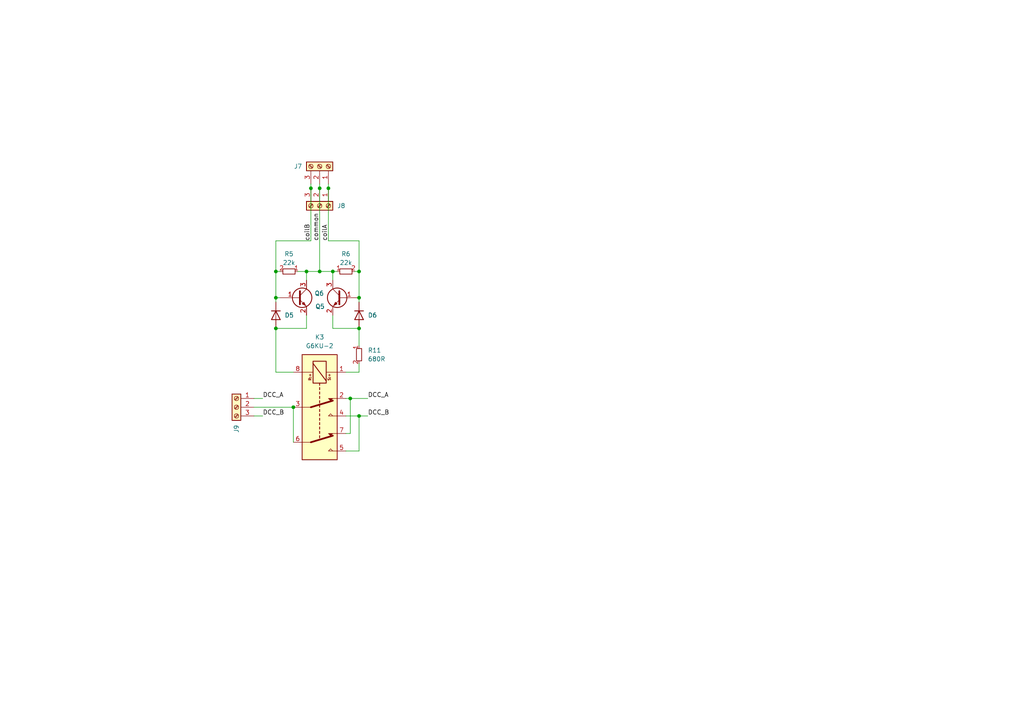
<source format=kicad_sch>
(kicad_sch (version 20231120) (generator "eeschema") (generator_version "8.0")
  (paper "A4")
  (lib_symbols
    (symbol "Connector:Screw_Terminal_01x03" (pin_names (offset 1.016) hide)
      (property "Reference" "J" (at 0 5.08 0))
      (property "Value" "Screw_Terminal_01x03" (at 0 -5.08 0))
      (symbol "Screw_Terminal_01x03_1_1"
        (rectangle (start -1.27 3.81) (end 1.27 -3.81) (stroke (width 0.254)) (fill (type background)))
        (circle (center 0 -2.54) (radius 0.635) (stroke (width 0.1524)))
        (polyline (pts (xy -0.5334 -2.2098) (xy 0.3302 -3.048)) (stroke (width 0.1524)))
        (polyline (pts (xy -0.5334 0.3302) (xy 0.3302 -0.508)) (stroke (width 0.1524)))
        (polyline (pts (xy -0.5334 2.8702) (xy 0.3302 2.032)) (stroke (width 0.1524)))
        (polyline (pts (xy -0.3556 -2.032) (xy 0.508 -2.8702)) (stroke (width 0.1524)))
        (polyline (pts (xy -0.3556 0.508) (xy 0.508 -0.3302)) (stroke (width 0.1524)))
        (polyline (pts (xy -0.3556 3.048) (xy 0.508 2.2098)) (stroke (width 0.1524)))
        (circle (center 0 0) (radius 0.635) (stroke (width 0.1524)))
        (circle (center 0 2.54) (radius 0.635) (stroke (width 0.1524)))
        (pin passive line (at -5.08 2.54 0) (length 3.81) (name "Pin_1") (number "1"))
        (pin passive line (at -5.08 0 0) (length 3.81) (name "Pin_2") (number "2"))
        (pin passive line (at -5.08 -2.54 0) (length 3.81) (name "Pin_3") (number "3"))
      )
    )
    (symbol "Relay:G6KU-2"
      (property "Reference" "K" (at 16.51 3.81 0))
      (property "Value" "G6KU-2" (at 16.51 1.27 0))
      (symbol "G6KU-2_0_0"
        (text "R:+" (at -8.763 -2.794 0) (effects (font (size 0.762 0.762))))
        (text "S:+" (at -8.763 2.794 0) (effects (font (size 0.762 0.762))))
      )
      (symbol "G6KU-2_0_1"
        (rectangle (start -15.24 5.08) (end 15.24 -5.08) (stroke (width 0.254)) (fill (type background)))
        (rectangle (start -13.335 1.905) (end -6.985 -1.905) (stroke (width 0.254)))
        (polyline (pts (xy -12.7 -1.905) (xy -7.62 1.905)) (stroke (width 0.254)))
        (polyline (pts (xy -10.16 -5.08) (xy -10.16 -1.905)))
        (polyline (pts (xy -10.16 5.08) (xy -10.16 1.905)))
        (polyline (pts (xy -6.985 0) (xy -6.35 0)) (stroke (width 0.254)))
        (polyline (pts (xy -5.715 0) (xy -5.08 0)) (stroke (width 0.254)))
        (polyline (pts (xy -4.445 0) (xy -3.81 0)) (stroke (width 0.254)))
        (polyline (pts (xy -3.175 0) (xy -2.54 0)) (stroke (width 0.254)))
        (polyline (pts (xy -1.905 0) (xy -1.27 0)) (stroke (width 0.254)))
        (polyline (pts (xy -0.635 0) (xy 0 0)) (stroke (width 0.254)))
        (polyline (pts (xy 0 -2.54) (xy -1.905 3.81)) (stroke (width 0.508)))
        (polyline (pts (xy 0 -2.54) (xy 0 -5.08)))
        (polyline (pts (xy 0.635 0) (xy 1.27 0)) (stroke (width 0.254)))
        (polyline (pts (xy 1.905 0) (xy 2.54 0)) (stroke (width 0.254)))
        (polyline (pts (xy 3.175 0) (xy 3.81 0)) (stroke (width 0.254)))
        (polyline (pts (xy 4.445 0) (xy 5.08 0)) (stroke (width 0.254)))
        (polyline (pts (xy 5.715 0) (xy 6.35 0)) (stroke (width 0.254)))
        (polyline (pts (xy 6.985 0) (xy 7.62 0)) (stroke (width 0.254)))
        (polyline (pts (xy 8.255 0) (xy 8.89 0)) (stroke (width 0.254)))
        (polyline (pts (xy 10.16 -2.54) (xy 8.255 3.81)) (stroke (width 0.508)))
        (polyline (pts (xy 10.16 -2.54) (xy 10.16 -5.08)))
        (polyline (pts (xy -2.54 5.08) (xy -2.54 2.54) (xy -1.905 3.175) (xy -2.54 3.81)) (fill (type outline)))
        (polyline (pts (xy 2.54 5.08) (xy 2.54 2.54) (xy 1.905 3.175) (xy 2.54 3.81)))
        (polyline (pts (xy 7.62 5.08) (xy 7.62 2.54) (xy 8.255 3.175) (xy 7.62 3.81)) (fill (type outline)))
        (polyline (pts (xy 12.7 5.08) (xy 12.7 2.54) (xy 12.065 3.175) (xy 12.7 3.81)))
      )
      (symbol "G6KU-2_1_1"
        (pin passive line (at -10.16 7.62 270) (length 2.54) (name "~") (number "1"))
        (pin passive line (at -2.54 7.62 270) (length 2.54) (name "~") (number "2"))
        (pin passive line (at 0 -7.62 90) (length 2.54) (name "~") (number "3"))
        (pin passive line (at 2.54 7.62 270) (length 2.54) (name "~") (number "4"))
        (pin passive line (at 12.7 7.62 270) (length 2.54) (name "~") (number "5"))
        (pin passive line (at 10.16 -7.62 90) (length 2.54) (name "~") (number "6"))
        (pin passive line (at 7.62 7.62 270) (length 2.54) (name "~") (number "7"))
        (pin passive line (at -10.16 -7.62 90) (length 2.54) (name "~") (number "8"))
      )
    )
    (symbol "custom_kicad_lib_sk:1N4148WS" (pin_numbers hide) (pin_names hide)
      (property "Reference" "D" (at 0 2.54 0))
      (property "Value" "1N4148WS" (at 0 -2.54 0))
      (symbol "1N4148WS_0_1"
        (polyline (pts (xy -1.27 1.27) (xy -1.27 -1.27)) (stroke (width 0.254)))
        (polyline (pts (xy 1.27 0) (xy -1.27 0)))
        (polyline (pts (xy 1.27 1.27) (xy 1.27 -1.27) (xy -1.27 0) (xy 1.27 1.27)) (stroke (width 0.254)))
      )
      (symbol "1N4148WS_1_1"
        (pin passive line (at -3.81 0 0) (length 2.54) (name "K") (number "1"))
        (pin passive line (at 3.81 0 180) (length 2.54) (name "A") (number "2"))
      )
    )
    (symbol "custom_kicad_lib_sk:NPN_TOR" (pin_names (offset 0) hide)
      (property "Reference" "Q" (at 5.08 1.905 0))
      (property "Value" "NPN_TOR" (at 5.08 0 0))
      (symbol "NPN_TOR_0_1"
        (polyline (pts (xy 0.635 0.635) (xy 2.54 2.54)))
        (polyline (pts (xy 0.635 -0.635) (xy 2.54 -2.54) (xy 2.54 -2.54)))
        (polyline (pts (xy 0.635 1.905) (xy 0.635 -1.905) (xy 0.635 -1.905)) (stroke (width 0.508)))
        (polyline (pts (xy 1.27 -1.778) (xy 1.778 -1.27) (xy 2.286 -2.286) (xy 1.27 -1.778) (xy 1.27 -1.778)) (fill (type outline)))
        (circle (center 1.27 0) (radius 2.8194) (stroke (width 0.254)))
      )
      (symbol "NPN_TOR_1_1"
        (pin input line (at -5.08 0 0) (length 5.715) (name "B") (number "1"))
        (pin passive line (at 2.54 -5.08 90) (length 2.54) (name "E") (number "2"))
        (pin passive line (at 2.54 5.08 270) (length 2.54) (name "C") (number "3"))
      )
    )
    (symbol "resistors_0603:R_22k_0603"
      (property "Reference" "R" (at 1.27 2.54 0))
      (property "Value" "22k" (at 2.54 -2.54 0))
      (symbol "R_22k_0603_0_1"
        (rectangle (start -0.762 1.778) (end 0.762 -1.778) (stroke (width 0.2032)))
      )
      (symbol "R_22k_0603_1_1"
        (pin passive line (at 0 2.54 270) (length 0.762) (name "~") (number "1"))
        (pin passive line (at 0 -2.54 90) (length 0.762) (name "~") (number "2"))
      )
    )
    (symbol "resistors_0603:R_680R_0603"
      (property "Reference" "R" (at 1.27 2.54 0))
      (property "Value" "680R" (at 2.54 -2.54 0))
      (symbol "R_680R_0603_0_1"
        (rectangle (start -0.762 1.778) (end 0.762 -1.778) (stroke (width 0.2032)))
      )
      (symbol "R_680R_0603_1_1"
        (pin passive line (at 0 2.54 270) (length 0.762) (name "~") (number "1"))
        (pin passive line (at 0 -2.54 90) (length 0.762) (name "~") (number "2"))
      )
    )
  )
  (junction (at 88.9 78.74))
  (junction (at 92.71 54.61))
  (junction (at 95.25 54.61))
  (junction (at 80.01 78.74))
  (junction (at 101.6 115.57))
  (junction (at 80.01 86.36))
  (junction (at 80.01 95.25))
  (junction (at 104.14 78.74))
  (junction (at 96.52 78.74))
  (junction (at 92.71 78.74))
  (junction (at 104.14 120.65))
  (junction (at 90.17 54.61))
  (junction (at 104.14 95.25))
  (junction (at 85.09 118.11))
  (junction (at 104.14 86.36))
  (wire (pts (xy 80.01 95.25) (xy 80.01 107.95)))
  (wire (pts (xy 101.6 115.57) (xy 101.6 125.73)))
  (wire (pts (xy 104.14 107.95) (xy 100.33 107.95)))
  (wire (pts (xy 80.01 78.74) (xy 80.01 86.36)))
  (wire (pts (xy 90.17 53.34) (xy 90.17 54.61)))
  (wire (pts (xy 95.25 54.61) (xy 95.25 69.85)))
  (wire (pts (xy 86.36 78.74) (xy 88.9 78.74)))
  (wire (pts (xy 96.52 78.74) (xy 96.52 81.28)))
  (wire (pts (xy 92.71 78.74) (xy 96.52 78.74)))
  (wire (pts (xy 90.17 54.61) (xy 90.17 69.85)))
  (wire (pts (xy 73.66 115.57) (xy 76.2 115.57)))
  (wire (pts (xy 73.66 118.11) (xy 85.09 118.11)))
  (wire (pts (xy 81.28 78.74) (xy 80.01 78.74)))
  (wire (pts (xy 96.52 95.25) (xy 104.14 95.25)))
  (wire (pts (xy 80.01 69.85) (xy 80.01 78.74)))
  (wire (pts (xy 88.9 95.25) (xy 88.9 91.44)))
  (wire (pts (xy 73.66 120.65) (xy 76.2 120.65)))
  (wire (pts (xy 90.17 69.85) (xy 80.01 69.85)))
  (wire (pts (xy 104.14 120.65) (xy 104.14 130.81)))
  (wire (pts (xy 95.25 53.34) (xy 95.25 54.61)))
  (wire (pts (xy 104.14 86.36) (xy 104.14 87.63)))
  (wire (pts (xy 80.01 86.36) (xy 81.28 86.36)))
  (wire (pts (xy 100.33 120.65) (xy 104.14 120.65)))
  (wire (pts (xy 92.71 54.61) (xy 92.71 78.74)))
  (wire (pts (xy 100.33 125.73) (xy 101.6 125.73)))
  (wire (pts (xy 80.01 95.25) (xy 88.9 95.25)))
  (wire (pts (xy 100.33 115.57) (xy 101.6 115.57)))
  (wire (pts (xy 104.14 69.85) (xy 104.14 78.74)))
  (wire (pts (xy 92.71 53.34) (xy 92.71 54.61)))
  (wire (pts (xy 88.9 78.74) (xy 92.71 78.74)))
  (wire (pts (xy 80.01 107.95) (xy 85.09 107.95)))
  (wire (pts (xy 104.14 95.25) (xy 104.14 100.33)))
  (wire (pts (xy 88.9 78.74) (xy 88.9 81.28)))
  (wire (pts (xy 96.52 78.74) (xy 97.79 78.74)))
  (wire (pts (xy 85.09 118.11) (xy 85.09 128.27)))
  (wire (pts (xy 95.25 69.85) (xy 104.14 69.85)))
  (wire (pts (xy 96.52 95.25) (xy 96.52 91.44)))
  (wire (pts (xy 104.14 120.65) (xy 106.68 120.65)))
  (wire (pts (xy 101.6 115.57) (xy 106.68 115.57)))
  (wire (pts (xy 80.01 86.36) (xy 80.01 87.63)))
  (wire (pts (xy 104.14 130.81) (xy 100.33 130.81)))
  (wire (pts (xy 104.14 105.41) (xy 104.14 107.95)))
  (wire (pts (xy 102.87 78.74) (xy 104.14 78.74)))
  (wire (pts (xy 104.14 78.74) (xy 104.14 86.36)))
  (label "DCC_A" (at 76.2 115.57 0))
  (label "DCC_A" (at 106.68 115.57 0))
  (label "coilA" (at 95.25 69.85 90))
  (label "common" (at 92.71 69.85 90))
  (label "coilB" (at 90.17 69.85 90))
  (label "DCC_B" (at 76.2 120.65 0))
  (label "DCC_B" (at 106.68 120.65 0))
  (symbol (lib_id "custom_kicad_lib_sk:1N4148WS") (at 104.14 91.44 270) (unit 1)
    (property "Reference" "D6" (at 106.68 91.4399 90) (effects (justify left)))
    (property "Value" "1N4148WS" (effects (hide yes)))
    (property "Footprint" "Diode_SMD:D_SOD-323" (effects (hide yes)))
    (property "Datasheet" "https://www.vishay.com/docs/85751/1n4148ws.pdf" (effects (hide yes)))
    (property "Description" "75V 0.15A Fast switching Diode, SOD-323" (effects (hide yes)))
    (property "Sim.Device" "D" (effects (hide yes)))
    (property "Sim.Pins" "1=K 2=A" (effects (hide yes)))
    (property "JLCPCB Part#" "C2128" (effects (hide yes)))
    (instances (project "Mk2-latchingRelayExtension" (path "" (reference "D6") (unit 1)) (path "" (reference "D8") (unit 1)) (path "" (reference "D4") (unit 1)) (path "" (reference "D2") (unit 1))))
  )
  (symbol (lib_id "custom_kicad_lib_sk:NPN_TOR") (at 86.36 86.36 0) (unit 1)
    (property "Reference" "Q5" (at 91.44 88.9 0) (effects (justify left)))
    (property "Value" "NPN_TOR" (effects (hide yes)))
    (property "Footprint" "Package_TO_SOT_SMD:SOT-23" (effects (hide yes)))
    (property "Description" "0.6A Ic, 160V Vce, NPN Transistor, SOT-23" (effects (hide yes)))
    (property "JLCPCB Part#" "C2145" (effects (hide yes)))
    (instances (project "Mk2-latchingRelayExtension" (path "" (reference "Q5") (unit 1)) (path "" (reference "Q7") (unit 1)) (path "" (reference "Q3") (unit 1)) (path "" (reference "Q1") (unit 1))))
  )
  (symbol (lib_id "resistors_0603:R_22k_0603") (at 100.33 78.74 90) (unit 1)
    (property "Reference" "R6" (at 100.33 73.66 90))
    (property "Value" "22k" (at 100.33 76.2 90))
    (property "Footprint" "custom_kicad_lib_sk:R_0603_smalltext" (effects (hide yes)))
    (property "JLCPCB Part#" "C31850" (effects (hide yes)))
    (instances (project "Mk2-latchingRelayExtension" (path "" (reference "R6") (unit 1)) (path "" (reference "R8") (unit 1)) (path "" (reference "R4") (unit 1)) (path "" (reference "R2") (unit 1))))
  )
  (symbol (lib_id "custom_kicad_lib_sk:1N4148WS") (at 80.01 91.44 270) (unit 1)
    (property "Reference" "D5" (at 82.55 91.4399 90) (effects (justify left)))
    (property "Value" "1N4148WS" (effects (hide yes)))
    (property "Footprint" "Diode_SMD:D_SOD-323" (effects (hide yes)))
    (property "Datasheet" "https://www.vishay.com/docs/85751/1n4148ws.pdf" (effects (hide yes)))
    (property "Description" "75V 0.15A Fast switching Diode, SOD-323" (effects (hide yes)))
    (property "Sim.Device" "D" (effects (hide yes)))
    (property "Sim.Pins" "1=K 2=A" (effects (hide yes)))
    (property "JLCPCB Part#" "C2128" (effects (hide yes)))
    (instances (project "Mk2-latchingRelayExtension" (path "" (reference "D5") (unit 1)) (path "" (reference "D7") (unit 1)) (path "" (reference "D3") (unit 1)) (path "" (reference "D1") (unit 1))))
  )
  (symbol (lib_id "Connector:Screw_Terminal_01x03") (at 92.71 48.26 270) (mirror x) (unit 1)
    (property "Reference" "J7" (at 87.63 48.2599 90) (effects (justify right)))
    (property "Value" "Screw_Terminal_01x03" (effects (hide yes)))
    (property "Footprint" "custom_kicad_lib_sk:connector_3.50mm_3P horizontal_MALE" (effects (hide yes)))
    (property "Description" "Generic screw terminal, single row, 01x03, script generated (kicad-library-utils/schlib/autogen/connector/)" (effects (hide yes)))
    (property "JLCPCB Part#" "C6394074" (effects (hide yes)))
    (instances (project "Mk2-latchingRelayExtension" (path "" (reference "J7") (unit 1)) (path "" (reference "J10") (unit 1)) (path "" (reference "J1") (unit 1)) (path "" (reference "J2") (unit 1))))
  )
  (symbol (lib_id "resistors_0603:R_22k_0603") (at 83.82 78.74 270) (unit 1)
    (property "Reference" "R5" (at 83.82 73.66 90))
    (property "Value" "22k" (at 83.82 76.2 90))
    (property "Footprint" "custom_kicad_lib_sk:R_0603_smalltext" (effects (hide yes)))
    (property "JLCPCB Part#" "C31850" (effects (hide yes)))
    (instances (project "Mk2-latchingRelayExtension" (path "" (reference "R5") (unit 1)) (path "" (reference "R7") (unit 1)) (path "" (reference "R3") (unit 1)) (path "" (reference "R1") (unit 1))))
  )
  (symbol (lib_id "Connector:Screw_Terminal_01x03") (at 92.71 59.69 270) (unit 1)
    (property "Reference" "J8" (at 97.79 59.6899 90) (effects (justify left)))
    (property "Value" "Screw_Terminal_01x03" (effects (hide yes)))
    (property "Footprint" "Connector_Phoenix_MC:PhoenixContact_MC_1,5_3-G-3.5_1x03_P3.50mm_Horizontal" (effects (hide yes)))
    (property "Description" "Generic screw terminal, single row, 01x03, script generated (kicad-library-utils/schlib/autogen/connector/)" (effects (hide yes)))
    (property "JLCPCB Part#" "C880573" (effects (hide yes)))
    (property "Mating Part#" "C560213" (effects (hide yes)))
    (instances (project "" (path "" (reference "J8") (unit 1)) (path "" (reference "J11") (unit 1)) (path "" (reference "J4") (unit 1)) (path "" (reference "J3") (unit 1))))
  )
  (symbol (lib_id "Connector:Screw_Terminal_01x03") (at 68.58 118.11 0) (mirror y) (unit 1)
    (property "Reference" "J5" (at 68.5799 123.19 90) (effects (justify right)))
    (property "Value" "Screw_Terminal_01x03" (effects (hide yes)))
    (property "Footprint" "Connector_Phoenix_MC:PhoenixContact_MCV_1,5_3-G-3.5_1x03_P3.50mm_Vertical" (effects (hide yes)))
    (property "Description" "Generic screw terminal, single row, 01x03, script generated (kicad-library-utils/schlib/autogen/connector/)" (effects (hide yes)))
    (property "JLCPCB Part#" "C880555" (effects (hide yes)))
    (property "mating part#" "C560231" (effects (hide yes)))
    (instances (project "insulFrogExtensionSMD" (path "" (reference "J9") (unit 1)) (path "" (reference "J12") (unit 1)) (path "" (reference "J6") (unit 1)) (path "" (reference "J5") (unit 1))))
  )
  (symbol (lib_id "resistors_0603:R_680R_0603") (at 104.14 102.87 0) (unit 1)
    (property "Reference" "R9" (at 106.68 101.5999 0) (effects (justify left)))
    (property "Value" "680R" (at 106.68 104.1399 0) (effects (justify left)))
    (property "Footprint" "custom_kicad_lib_sk:R_0603_smalltext" (effects (hide yes)))
    (property "JLCPCB Part#" "C17798" (effects (hide yes)))
    (instances (project "" (path "" (reference "R11") (unit 1)) (path "" (reference "R12") (unit 1)) (path "" (reference "R10") (unit 1)) (path "" (reference "R9") (unit 1))))
  )
  (symbol (lib_id "custom_kicad_lib_sk:NPN_TOR") (at 99.06 86.36 0) (mirror y) (unit 1)
    (property "Reference" "Q6" (at 93.98 85.09 0) (effects (justify left)))
    (property "Value" "NPN_TOR" (effects (hide yes)))
    (property "Footprint" "Package_TO_SOT_SMD:SOT-23" (effects (hide yes)))
    (property "Description" "0.6A Ic, 160V Vce, NPN Transistor, SOT-23" (effects (hide yes)))
    (property "JLCPCB Part#" "C2145" (effects (hide yes)))
    (instances (project "Mk2-latchingRelayExtension" (path "" (reference "Q6") (unit 1)) (path "" (reference "Q8") (unit 1)) (path "" (reference "Q4") (unit 1)) (path "" (reference "Q2") (unit 1))))
  )
  (symbol (lib_id "Relay:G6KU-2") (at 92.71 118.11 270) (unit 1)
    (property "Reference" "K3" (at 92.71 97.79 90))
    (property "Value" "G6KU-2" (at 92.71 100.33 90))
    (property "Footprint" "Relay_SMD:Relay_DPDT_Omron_G6K-2F-Y" (effects (hide yes)))
    (property "Datasheet" "http://omronfs.omron.com/en_US/ecb/products/pdf/en-g6k.pdf" (effects (hide yes)))
    (property "Description" "Miniature 2-pole relay, Single-winding Latching" (effects (hide yes)))
    (property "JLCPCB Part#" "C2153173" (effects (hide yes)))
    (instances (project "Mk2-latchingRelayExtension" (path "" (reference "K3") (unit 1)) (path "" (reference "K4") (unit 1)) (path "" (reference "K2") (unit 1)) (path "" (reference "K1") (unit 1))))
  )
)
</source>
